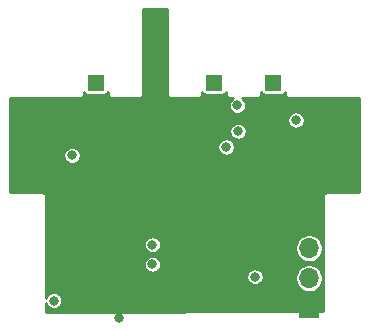
<source format=gbr>
%TF.GenerationSoftware,KiCad,Pcbnew,(5.1.12-1-10_14)*%
%TF.CreationDate,2022-02-21T12:57:33+08:00*%
%TF.ProjectId,esp32-c3_ddsu666,65737033-322d-4633-935f-646473753636,rev?*%
%TF.SameCoordinates,Original*%
%TF.FileFunction,Copper,L3,Inr*%
%TF.FilePolarity,Positive*%
%FSLAX46Y46*%
G04 Gerber Fmt 4.6, Leading zero omitted, Abs format (unit mm)*
G04 Created by KiCad (PCBNEW (5.1.12-1-10_14)) date 2022-02-21 12:57:33*
%MOMM*%
%LPD*%
G01*
G04 APERTURE LIST*
%TA.AperFunction,ComponentPad*%
%ADD10O,1.700000X1.700000*%
%TD*%
%TA.AperFunction,ComponentPad*%
%ADD11R,1.700000X1.700000*%
%TD*%
%TA.AperFunction,ComponentPad*%
%ADD12R,1.350000X1.350000*%
%TD*%
%TA.AperFunction,ViaPad*%
%ADD13C,0.800000*%
%TD*%
%TA.AperFunction,Conductor*%
%ADD14C,0.254000*%
%TD*%
%TA.AperFunction,Conductor*%
%ADD15C,0.100000*%
%TD*%
G04 APERTURE END LIST*
D10*
%TO.N,U0TXD*%
%TO.C,J2*%
X125550000Y-62980000D03*
%TO.N,U0RXD*%
X125550000Y-65520000D03*
D11*
%TO.N,GND*%
X125550000Y-68060000D03*
%TD*%
D12*
%TO.N,B*%
%TO.C,J5*%
X122500000Y-49000000D03*
%TD*%
%TO.N,A*%
%TO.C,J4*%
X117500000Y-49000000D03*
%TD*%
%TO.N,GND*%
%TO.C,J3*%
X112500000Y-49000000D03*
%TD*%
%TO.N,+5V*%
%TO.C,J1*%
X107500000Y-49000000D03*
%TD*%
D13*
%TO.N,GND*%
X120890000Y-51150000D03*
X128720000Y-54310000D03*
X109460000Y-68920000D03*
X107700000Y-55000000D03*
X105420000Y-63920000D03*
X118340000Y-56060000D03*
%TO.N,+3V3*%
X118520000Y-54410000D03*
X120970000Y-65400000D03*
X105480000Y-55110000D03*
X103940000Y-67420000D03*
%TO.N,+5V*%
X124440000Y-52130000D03*
X119467831Y-50882169D03*
X119537169Y-53072831D03*
%TO.N,U0RXD*%
X112290000Y-62690000D03*
%TO.N,U0TXD*%
X112290000Y-64330000D03*
%TD*%
D14*
%TO.N,GND*%
X113498000Y-49987624D02*
X113496781Y-50000000D01*
X113501647Y-50049401D01*
X113516056Y-50096903D01*
X113539456Y-50140681D01*
X113570947Y-50179053D01*
X113609319Y-50210544D01*
X113653097Y-50233944D01*
X113700599Y-50248353D01*
X113750000Y-50253219D01*
X113762375Y-50252000D01*
X116237624Y-50252000D01*
X116250000Y-50253219D01*
X116262375Y-50252000D01*
X116262376Y-50252000D01*
X116299401Y-50248353D01*
X116346903Y-50233944D01*
X116390681Y-50210544D01*
X116429053Y-50179053D01*
X116460544Y-50140681D01*
X116483944Y-50096903D01*
X116498353Y-50049401D01*
X116503219Y-50000000D01*
X116502000Y-49987624D01*
X116502000Y-49731671D01*
X116502732Y-49739103D01*
X116521430Y-49800743D01*
X116551794Y-49857550D01*
X116592657Y-49907343D01*
X116642450Y-49948206D01*
X116699257Y-49978570D01*
X116760897Y-49997268D01*
X116825000Y-50003582D01*
X118175000Y-50003582D01*
X118239103Y-49997268D01*
X118300743Y-49978570D01*
X118357550Y-49948206D01*
X118407343Y-49907343D01*
X118448206Y-49857550D01*
X118478570Y-49800743D01*
X118497268Y-49739103D01*
X118498001Y-49731662D01*
X118498001Y-49987614D01*
X118496781Y-50000000D01*
X118501647Y-50049401D01*
X118516056Y-50096903D01*
X118539456Y-50140681D01*
X118570947Y-50179053D01*
X118609319Y-50210544D01*
X118653097Y-50233944D01*
X118700599Y-50248353D01*
X118737624Y-50252000D01*
X118737625Y-50252000D01*
X118750000Y-50253219D01*
X118762376Y-50252000D01*
X119102380Y-50252000D01*
X119004395Y-50317471D01*
X118903133Y-50418733D01*
X118823572Y-50537805D01*
X118768769Y-50670111D01*
X118740831Y-50810566D01*
X118740831Y-50953772D01*
X118768769Y-51094227D01*
X118823572Y-51226533D01*
X118903133Y-51345605D01*
X119004395Y-51446867D01*
X119123467Y-51526428D01*
X119255773Y-51581231D01*
X119396228Y-51609169D01*
X119539434Y-51609169D01*
X119679889Y-51581231D01*
X119812195Y-51526428D01*
X119931267Y-51446867D01*
X120032529Y-51345605D01*
X120112090Y-51226533D01*
X120166893Y-51094227D01*
X120194831Y-50953772D01*
X120194831Y-50810566D01*
X120166893Y-50670111D01*
X120112090Y-50537805D01*
X120032529Y-50418733D01*
X119931267Y-50317471D01*
X119833282Y-50252000D01*
X121237624Y-50252000D01*
X121250000Y-50253219D01*
X121262375Y-50252000D01*
X121262376Y-50252000D01*
X121299401Y-50248353D01*
X121346903Y-50233944D01*
X121390681Y-50210544D01*
X121429053Y-50179053D01*
X121460544Y-50140681D01*
X121483944Y-50096903D01*
X121498353Y-50049401D01*
X121503219Y-50000000D01*
X121502000Y-49987624D01*
X121502000Y-49731671D01*
X121502732Y-49739103D01*
X121521430Y-49800743D01*
X121551794Y-49857550D01*
X121592657Y-49907343D01*
X121642450Y-49948206D01*
X121699257Y-49978570D01*
X121760897Y-49997268D01*
X121825000Y-50003582D01*
X123175000Y-50003582D01*
X123239103Y-49997268D01*
X123300743Y-49978570D01*
X123357550Y-49948206D01*
X123407343Y-49907343D01*
X123448206Y-49857550D01*
X123478570Y-49800743D01*
X123497268Y-49739103D01*
X123498001Y-49731662D01*
X123498001Y-49987614D01*
X123496781Y-50000000D01*
X123501647Y-50049401D01*
X123516056Y-50096903D01*
X123539456Y-50140681D01*
X123570947Y-50179053D01*
X123609319Y-50210544D01*
X123653097Y-50233944D01*
X123700599Y-50248353D01*
X123737624Y-50252000D01*
X123737625Y-50252000D01*
X123750000Y-50253219D01*
X123762376Y-50252000D01*
X129748000Y-50252000D01*
X129748001Y-58248000D01*
X127012375Y-58248000D01*
X127000000Y-58246781D01*
X126987624Y-58248000D01*
X126950599Y-58251647D01*
X126903097Y-58266056D01*
X126859319Y-58289456D01*
X126820947Y-58320947D01*
X126789456Y-58359319D01*
X126766056Y-58403097D01*
X126751647Y-58450599D01*
X126746781Y-58500000D01*
X126748000Y-58512375D01*
X126748001Y-68311573D01*
X103252000Y-68352710D01*
X103252000Y-67658764D01*
X103295741Y-67764364D01*
X103375302Y-67883436D01*
X103476564Y-67984698D01*
X103595636Y-68064259D01*
X103727942Y-68119062D01*
X103868397Y-68147000D01*
X104011603Y-68147000D01*
X104152058Y-68119062D01*
X104284364Y-68064259D01*
X104403436Y-67984698D01*
X104504698Y-67883436D01*
X104584259Y-67764364D01*
X104639062Y-67632058D01*
X104667000Y-67491603D01*
X104667000Y-67348397D01*
X104639062Y-67207942D01*
X104584259Y-67075636D01*
X104504698Y-66956564D01*
X104403436Y-66855302D01*
X104284364Y-66775741D01*
X104152058Y-66720938D01*
X104011603Y-66693000D01*
X103868397Y-66693000D01*
X103727942Y-66720938D01*
X103595636Y-66775741D01*
X103476564Y-66855302D01*
X103375302Y-66956564D01*
X103295741Y-67075636D01*
X103252000Y-67181236D01*
X103252000Y-65328397D01*
X120243000Y-65328397D01*
X120243000Y-65471603D01*
X120270938Y-65612058D01*
X120325741Y-65744364D01*
X120405302Y-65863436D01*
X120506564Y-65964698D01*
X120625636Y-66044259D01*
X120757942Y-66099062D01*
X120898397Y-66127000D01*
X121041603Y-66127000D01*
X121182058Y-66099062D01*
X121314364Y-66044259D01*
X121433436Y-65964698D01*
X121534698Y-65863436D01*
X121614259Y-65744364D01*
X121669062Y-65612058D01*
X121697000Y-65471603D01*
X121697000Y-65404076D01*
X124373000Y-65404076D01*
X124373000Y-65635924D01*
X124418231Y-65863318D01*
X124506956Y-66077519D01*
X124635764Y-66270294D01*
X124799706Y-66434236D01*
X124992481Y-66563044D01*
X125206682Y-66651769D01*
X125434076Y-66697000D01*
X125665924Y-66697000D01*
X125893318Y-66651769D01*
X126107519Y-66563044D01*
X126300294Y-66434236D01*
X126464236Y-66270294D01*
X126593044Y-66077519D01*
X126681769Y-65863318D01*
X126727000Y-65635924D01*
X126727000Y-65404076D01*
X126681769Y-65176682D01*
X126593044Y-64962481D01*
X126464236Y-64769706D01*
X126300294Y-64605764D01*
X126107519Y-64476956D01*
X125893318Y-64388231D01*
X125665924Y-64343000D01*
X125434076Y-64343000D01*
X125206682Y-64388231D01*
X124992481Y-64476956D01*
X124799706Y-64605764D01*
X124635764Y-64769706D01*
X124506956Y-64962481D01*
X124418231Y-65176682D01*
X124373000Y-65404076D01*
X121697000Y-65404076D01*
X121697000Y-65328397D01*
X121669062Y-65187942D01*
X121614259Y-65055636D01*
X121534698Y-64936564D01*
X121433436Y-64835302D01*
X121314364Y-64755741D01*
X121182058Y-64700938D01*
X121041603Y-64673000D01*
X120898397Y-64673000D01*
X120757942Y-64700938D01*
X120625636Y-64755741D01*
X120506564Y-64835302D01*
X120405302Y-64936564D01*
X120325741Y-65055636D01*
X120270938Y-65187942D01*
X120243000Y-65328397D01*
X103252000Y-65328397D01*
X103252000Y-64258397D01*
X111563000Y-64258397D01*
X111563000Y-64401603D01*
X111590938Y-64542058D01*
X111645741Y-64674364D01*
X111725302Y-64793436D01*
X111826564Y-64894698D01*
X111945636Y-64974259D01*
X112077942Y-65029062D01*
X112218397Y-65057000D01*
X112361603Y-65057000D01*
X112502058Y-65029062D01*
X112634364Y-64974259D01*
X112753436Y-64894698D01*
X112854698Y-64793436D01*
X112934259Y-64674364D01*
X112989062Y-64542058D01*
X113017000Y-64401603D01*
X113017000Y-64258397D01*
X112989062Y-64117942D01*
X112934259Y-63985636D01*
X112854698Y-63866564D01*
X112753436Y-63765302D01*
X112634364Y-63685741D01*
X112502058Y-63630938D01*
X112361603Y-63603000D01*
X112218397Y-63603000D01*
X112077942Y-63630938D01*
X111945636Y-63685741D01*
X111826564Y-63765302D01*
X111725302Y-63866564D01*
X111645741Y-63985636D01*
X111590938Y-64117942D01*
X111563000Y-64258397D01*
X103252000Y-64258397D01*
X103252000Y-62618397D01*
X111563000Y-62618397D01*
X111563000Y-62761603D01*
X111590938Y-62902058D01*
X111645741Y-63034364D01*
X111725302Y-63153436D01*
X111826564Y-63254698D01*
X111945636Y-63334259D01*
X112077942Y-63389062D01*
X112218397Y-63417000D01*
X112361603Y-63417000D01*
X112502058Y-63389062D01*
X112634364Y-63334259D01*
X112753436Y-63254698D01*
X112854698Y-63153436D01*
X112934259Y-63034364D01*
X112989062Y-62902058D01*
X112996617Y-62864076D01*
X124373000Y-62864076D01*
X124373000Y-63095924D01*
X124418231Y-63323318D01*
X124506956Y-63537519D01*
X124635764Y-63730294D01*
X124799706Y-63894236D01*
X124992481Y-64023044D01*
X125206682Y-64111769D01*
X125434076Y-64157000D01*
X125665924Y-64157000D01*
X125893318Y-64111769D01*
X126107519Y-64023044D01*
X126300294Y-63894236D01*
X126464236Y-63730294D01*
X126593044Y-63537519D01*
X126681769Y-63323318D01*
X126727000Y-63095924D01*
X126727000Y-62864076D01*
X126681769Y-62636682D01*
X126593044Y-62422481D01*
X126464236Y-62229706D01*
X126300294Y-62065764D01*
X126107519Y-61936956D01*
X125893318Y-61848231D01*
X125665924Y-61803000D01*
X125434076Y-61803000D01*
X125206682Y-61848231D01*
X124992481Y-61936956D01*
X124799706Y-62065764D01*
X124635764Y-62229706D01*
X124506956Y-62422481D01*
X124418231Y-62636682D01*
X124373000Y-62864076D01*
X112996617Y-62864076D01*
X113017000Y-62761603D01*
X113017000Y-62618397D01*
X112989062Y-62477942D01*
X112934259Y-62345636D01*
X112854698Y-62226564D01*
X112753436Y-62125302D01*
X112634364Y-62045741D01*
X112502058Y-61990938D01*
X112361603Y-61963000D01*
X112218397Y-61963000D01*
X112077942Y-61990938D01*
X111945636Y-62045741D01*
X111826564Y-62125302D01*
X111725302Y-62226564D01*
X111645741Y-62345636D01*
X111590938Y-62477942D01*
X111563000Y-62618397D01*
X103252000Y-62618397D01*
X103252000Y-58512375D01*
X103253219Y-58500000D01*
X103248353Y-58450599D01*
X103233944Y-58403097D01*
X103210544Y-58359319D01*
X103179053Y-58320947D01*
X103140681Y-58289456D01*
X103096903Y-58266056D01*
X103049401Y-58251647D01*
X103012376Y-58248000D01*
X103000000Y-58246781D01*
X102987625Y-58248000D01*
X100252000Y-58248000D01*
X100252000Y-55038397D01*
X104753000Y-55038397D01*
X104753000Y-55181603D01*
X104780938Y-55322058D01*
X104835741Y-55454364D01*
X104915302Y-55573436D01*
X105016564Y-55674698D01*
X105135636Y-55754259D01*
X105267942Y-55809062D01*
X105408397Y-55837000D01*
X105551603Y-55837000D01*
X105692058Y-55809062D01*
X105824364Y-55754259D01*
X105943436Y-55674698D01*
X106044698Y-55573436D01*
X106124259Y-55454364D01*
X106179062Y-55322058D01*
X106207000Y-55181603D01*
X106207000Y-55038397D01*
X106179062Y-54897942D01*
X106124259Y-54765636D01*
X106044698Y-54646564D01*
X105943436Y-54545302D01*
X105824364Y-54465741D01*
X105692058Y-54410938D01*
X105551603Y-54383000D01*
X105408397Y-54383000D01*
X105267942Y-54410938D01*
X105135636Y-54465741D01*
X105016564Y-54545302D01*
X104915302Y-54646564D01*
X104835741Y-54765636D01*
X104780938Y-54897942D01*
X104753000Y-55038397D01*
X100252000Y-55038397D01*
X100252000Y-54338397D01*
X117793000Y-54338397D01*
X117793000Y-54481603D01*
X117820938Y-54622058D01*
X117875741Y-54754364D01*
X117955302Y-54873436D01*
X118056564Y-54974698D01*
X118175636Y-55054259D01*
X118307942Y-55109062D01*
X118448397Y-55137000D01*
X118591603Y-55137000D01*
X118732058Y-55109062D01*
X118864364Y-55054259D01*
X118983436Y-54974698D01*
X119084698Y-54873436D01*
X119164259Y-54754364D01*
X119219062Y-54622058D01*
X119247000Y-54481603D01*
X119247000Y-54338397D01*
X119219062Y-54197942D01*
X119164259Y-54065636D01*
X119084698Y-53946564D01*
X118983436Y-53845302D01*
X118864364Y-53765741D01*
X118732058Y-53710938D01*
X118591603Y-53683000D01*
X118448397Y-53683000D01*
X118307942Y-53710938D01*
X118175636Y-53765741D01*
X118056564Y-53845302D01*
X117955302Y-53946564D01*
X117875741Y-54065636D01*
X117820938Y-54197942D01*
X117793000Y-54338397D01*
X100252000Y-54338397D01*
X100252000Y-53001228D01*
X118810169Y-53001228D01*
X118810169Y-53144434D01*
X118838107Y-53284889D01*
X118892910Y-53417195D01*
X118972471Y-53536267D01*
X119073733Y-53637529D01*
X119192805Y-53717090D01*
X119325111Y-53771893D01*
X119465566Y-53799831D01*
X119608772Y-53799831D01*
X119749227Y-53771893D01*
X119881533Y-53717090D01*
X120000605Y-53637529D01*
X120101867Y-53536267D01*
X120181428Y-53417195D01*
X120236231Y-53284889D01*
X120264169Y-53144434D01*
X120264169Y-53001228D01*
X120236231Y-52860773D01*
X120181428Y-52728467D01*
X120101867Y-52609395D01*
X120000605Y-52508133D01*
X119881533Y-52428572D01*
X119749227Y-52373769D01*
X119608772Y-52345831D01*
X119465566Y-52345831D01*
X119325111Y-52373769D01*
X119192805Y-52428572D01*
X119073733Y-52508133D01*
X118972471Y-52609395D01*
X118892910Y-52728467D01*
X118838107Y-52860773D01*
X118810169Y-53001228D01*
X100252000Y-53001228D01*
X100252000Y-52058397D01*
X123713000Y-52058397D01*
X123713000Y-52201603D01*
X123740938Y-52342058D01*
X123795741Y-52474364D01*
X123875302Y-52593436D01*
X123976564Y-52694698D01*
X124095636Y-52774259D01*
X124227942Y-52829062D01*
X124368397Y-52857000D01*
X124511603Y-52857000D01*
X124652058Y-52829062D01*
X124784364Y-52774259D01*
X124903436Y-52694698D01*
X125004698Y-52593436D01*
X125084259Y-52474364D01*
X125139062Y-52342058D01*
X125167000Y-52201603D01*
X125167000Y-52058397D01*
X125139062Y-51917942D01*
X125084259Y-51785636D01*
X125004698Y-51666564D01*
X124903436Y-51565302D01*
X124784364Y-51485741D01*
X124652058Y-51430938D01*
X124511603Y-51403000D01*
X124368397Y-51403000D01*
X124227942Y-51430938D01*
X124095636Y-51485741D01*
X123976564Y-51565302D01*
X123875302Y-51666564D01*
X123795741Y-51785636D01*
X123740938Y-51917942D01*
X123713000Y-52058397D01*
X100252000Y-52058397D01*
X100252000Y-50252000D01*
X106237625Y-50252000D01*
X106250000Y-50253219D01*
X106299401Y-50248353D01*
X106346903Y-50233944D01*
X106390681Y-50210544D01*
X106429053Y-50179053D01*
X106460544Y-50140681D01*
X106483944Y-50096903D01*
X106498353Y-50049401D01*
X106502000Y-50012376D01*
X106502000Y-50012375D01*
X106503219Y-50000000D01*
X106502000Y-49987624D01*
X106502000Y-49731671D01*
X106502732Y-49739103D01*
X106521430Y-49800743D01*
X106551794Y-49857550D01*
X106592657Y-49907343D01*
X106642450Y-49948206D01*
X106699257Y-49978570D01*
X106760897Y-49997268D01*
X106825000Y-50003582D01*
X108175000Y-50003582D01*
X108239103Y-49997268D01*
X108300743Y-49978570D01*
X108357550Y-49948206D01*
X108407343Y-49907343D01*
X108448206Y-49857550D01*
X108478570Y-49800743D01*
X108497268Y-49739103D01*
X108498000Y-49731671D01*
X108498000Y-49987624D01*
X108496781Y-50000000D01*
X108501647Y-50049401D01*
X108516056Y-50096903D01*
X108539456Y-50140681D01*
X108570947Y-50179053D01*
X108609319Y-50210544D01*
X108653097Y-50233944D01*
X108700599Y-50248353D01*
X108750000Y-50253219D01*
X108762375Y-50252000D01*
X111237625Y-50252000D01*
X111250000Y-50253219D01*
X111299401Y-50248353D01*
X111346903Y-50233944D01*
X111390681Y-50210544D01*
X111429053Y-50179053D01*
X111460544Y-50140681D01*
X111483944Y-50096903D01*
X111498353Y-50049401D01*
X111502000Y-50012376D01*
X111502000Y-50012375D01*
X111503219Y-50000000D01*
X111502000Y-49987624D01*
X111502000Y-42752000D01*
X113498001Y-42752000D01*
X113498000Y-49987624D01*
%TA.AperFunction,Conductor*%
D15*
G36*
X113498000Y-49987624D02*
G01*
X113496781Y-50000000D01*
X113501647Y-50049401D01*
X113516056Y-50096903D01*
X113539456Y-50140681D01*
X113570947Y-50179053D01*
X113609319Y-50210544D01*
X113653097Y-50233944D01*
X113700599Y-50248353D01*
X113750000Y-50253219D01*
X113762375Y-50252000D01*
X116237624Y-50252000D01*
X116250000Y-50253219D01*
X116262375Y-50252000D01*
X116262376Y-50252000D01*
X116299401Y-50248353D01*
X116346903Y-50233944D01*
X116390681Y-50210544D01*
X116429053Y-50179053D01*
X116460544Y-50140681D01*
X116483944Y-50096903D01*
X116498353Y-50049401D01*
X116503219Y-50000000D01*
X116502000Y-49987624D01*
X116502000Y-49731671D01*
X116502732Y-49739103D01*
X116521430Y-49800743D01*
X116551794Y-49857550D01*
X116592657Y-49907343D01*
X116642450Y-49948206D01*
X116699257Y-49978570D01*
X116760897Y-49997268D01*
X116825000Y-50003582D01*
X118175000Y-50003582D01*
X118239103Y-49997268D01*
X118300743Y-49978570D01*
X118357550Y-49948206D01*
X118407343Y-49907343D01*
X118448206Y-49857550D01*
X118478570Y-49800743D01*
X118497268Y-49739103D01*
X118498001Y-49731662D01*
X118498001Y-49987614D01*
X118496781Y-50000000D01*
X118501647Y-50049401D01*
X118516056Y-50096903D01*
X118539456Y-50140681D01*
X118570947Y-50179053D01*
X118609319Y-50210544D01*
X118653097Y-50233944D01*
X118700599Y-50248353D01*
X118737624Y-50252000D01*
X118737625Y-50252000D01*
X118750000Y-50253219D01*
X118762376Y-50252000D01*
X119102380Y-50252000D01*
X119004395Y-50317471D01*
X118903133Y-50418733D01*
X118823572Y-50537805D01*
X118768769Y-50670111D01*
X118740831Y-50810566D01*
X118740831Y-50953772D01*
X118768769Y-51094227D01*
X118823572Y-51226533D01*
X118903133Y-51345605D01*
X119004395Y-51446867D01*
X119123467Y-51526428D01*
X119255773Y-51581231D01*
X119396228Y-51609169D01*
X119539434Y-51609169D01*
X119679889Y-51581231D01*
X119812195Y-51526428D01*
X119931267Y-51446867D01*
X120032529Y-51345605D01*
X120112090Y-51226533D01*
X120166893Y-51094227D01*
X120194831Y-50953772D01*
X120194831Y-50810566D01*
X120166893Y-50670111D01*
X120112090Y-50537805D01*
X120032529Y-50418733D01*
X119931267Y-50317471D01*
X119833282Y-50252000D01*
X121237624Y-50252000D01*
X121250000Y-50253219D01*
X121262375Y-50252000D01*
X121262376Y-50252000D01*
X121299401Y-50248353D01*
X121346903Y-50233944D01*
X121390681Y-50210544D01*
X121429053Y-50179053D01*
X121460544Y-50140681D01*
X121483944Y-50096903D01*
X121498353Y-50049401D01*
X121503219Y-50000000D01*
X121502000Y-49987624D01*
X121502000Y-49731671D01*
X121502732Y-49739103D01*
X121521430Y-49800743D01*
X121551794Y-49857550D01*
X121592657Y-49907343D01*
X121642450Y-49948206D01*
X121699257Y-49978570D01*
X121760897Y-49997268D01*
X121825000Y-50003582D01*
X123175000Y-50003582D01*
X123239103Y-49997268D01*
X123300743Y-49978570D01*
X123357550Y-49948206D01*
X123407343Y-49907343D01*
X123448206Y-49857550D01*
X123478570Y-49800743D01*
X123497268Y-49739103D01*
X123498001Y-49731662D01*
X123498001Y-49987614D01*
X123496781Y-50000000D01*
X123501647Y-50049401D01*
X123516056Y-50096903D01*
X123539456Y-50140681D01*
X123570947Y-50179053D01*
X123609319Y-50210544D01*
X123653097Y-50233944D01*
X123700599Y-50248353D01*
X123737624Y-50252000D01*
X123737625Y-50252000D01*
X123750000Y-50253219D01*
X123762376Y-50252000D01*
X129748000Y-50252000D01*
X129748001Y-58248000D01*
X127012375Y-58248000D01*
X127000000Y-58246781D01*
X126987624Y-58248000D01*
X126950599Y-58251647D01*
X126903097Y-58266056D01*
X126859319Y-58289456D01*
X126820947Y-58320947D01*
X126789456Y-58359319D01*
X126766056Y-58403097D01*
X126751647Y-58450599D01*
X126746781Y-58500000D01*
X126748000Y-58512375D01*
X126748001Y-68311573D01*
X103252000Y-68352710D01*
X103252000Y-67658764D01*
X103295741Y-67764364D01*
X103375302Y-67883436D01*
X103476564Y-67984698D01*
X103595636Y-68064259D01*
X103727942Y-68119062D01*
X103868397Y-68147000D01*
X104011603Y-68147000D01*
X104152058Y-68119062D01*
X104284364Y-68064259D01*
X104403436Y-67984698D01*
X104504698Y-67883436D01*
X104584259Y-67764364D01*
X104639062Y-67632058D01*
X104667000Y-67491603D01*
X104667000Y-67348397D01*
X104639062Y-67207942D01*
X104584259Y-67075636D01*
X104504698Y-66956564D01*
X104403436Y-66855302D01*
X104284364Y-66775741D01*
X104152058Y-66720938D01*
X104011603Y-66693000D01*
X103868397Y-66693000D01*
X103727942Y-66720938D01*
X103595636Y-66775741D01*
X103476564Y-66855302D01*
X103375302Y-66956564D01*
X103295741Y-67075636D01*
X103252000Y-67181236D01*
X103252000Y-65328397D01*
X120243000Y-65328397D01*
X120243000Y-65471603D01*
X120270938Y-65612058D01*
X120325741Y-65744364D01*
X120405302Y-65863436D01*
X120506564Y-65964698D01*
X120625636Y-66044259D01*
X120757942Y-66099062D01*
X120898397Y-66127000D01*
X121041603Y-66127000D01*
X121182058Y-66099062D01*
X121314364Y-66044259D01*
X121433436Y-65964698D01*
X121534698Y-65863436D01*
X121614259Y-65744364D01*
X121669062Y-65612058D01*
X121697000Y-65471603D01*
X121697000Y-65404076D01*
X124373000Y-65404076D01*
X124373000Y-65635924D01*
X124418231Y-65863318D01*
X124506956Y-66077519D01*
X124635764Y-66270294D01*
X124799706Y-66434236D01*
X124992481Y-66563044D01*
X125206682Y-66651769D01*
X125434076Y-66697000D01*
X125665924Y-66697000D01*
X125893318Y-66651769D01*
X126107519Y-66563044D01*
X126300294Y-66434236D01*
X126464236Y-66270294D01*
X126593044Y-66077519D01*
X126681769Y-65863318D01*
X126727000Y-65635924D01*
X126727000Y-65404076D01*
X126681769Y-65176682D01*
X126593044Y-64962481D01*
X126464236Y-64769706D01*
X126300294Y-64605764D01*
X126107519Y-64476956D01*
X125893318Y-64388231D01*
X125665924Y-64343000D01*
X125434076Y-64343000D01*
X125206682Y-64388231D01*
X124992481Y-64476956D01*
X124799706Y-64605764D01*
X124635764Y-64769706D01*
X124506956Y-64962481D01*
X124418231Y-65176682D01*
X124373000Y-65404076D01*
X121697000Y-65404076D01*
X121697000Y-65328397D01*
X121669062Y-65187942D01*
X121614259Y-65055636D01*
X121534698Y-64936564D01*
X121433436Y-64835302D01*
X121314364Y-64755741D01*
X121182058Y-64700938D01*
X121041603Y-64673000D01*
X120898397Y-64673000D01*
X120757942Y-64700938D01*
X120625636Y-64755741D01*
X120506564Y-64835302D01*
X120405302Y-64936564D01*
X120325741Y-65055636D01*
X120270938Y-65187942D01*
X120243000Y-65328397D01*
X103252000Y-65328397D01*
X103252000Y-64258397D01*
X111563000Y-64258397D01*
X111563000Y-64401603D01*
X111590938Y-64542058D01*
X111645741Y-64674364D01*
X111725302Y-64793436D01*
X111826564Y-64894698D01*
X111945636Y-64974259D01*
X112077942Y-65029062D01*
X112218397Y-65057000D01*
X112361603Y-65057000D01*
X112502058Y-65029062D01*
X112634364Y-64974259D01*
X112753436Y-64894698D01*
X112854698Y-64793436D01*
X112934259Y-64674364D01*
X112989062Y-64542058D01*
X113017000Y-64401603D01*
X113017000Y-64258397D01*
X112989062Y-64117942D01*
X112934259Y-63985636D01*
X112854698Y-63866564D01*
X112753436Y-63765302D01*
X112634364Y-63685741D01*
X112502058Y-63630938D01*
X112361603Y-63603000D01*
X112218397Y-63603000D01*
X112077942Y-63630938D01*
X111945636Y-63685741D01*
X111826564Y-63765302D01*
X111725302Y-63866564D01*
X111645741Y-63985636D01*
X111590938Y-64117942D01*
X111563000Y-64258397D01*
X103252000Y-64258397D01*
X103252000Y-62618397D01*
X111563000Y-62618397D01*
X111563000Y-62761603D01*
X111590938Y-62902058D01*
X111645741Y-63034364D01*
X111725302Y-63153436D01*
X111826564Y-63254698D01*
X111945636Y-63334259D01*
X112077942Y-63389062D01*
X112218397Y-63417000D01*
X112361603Y-63417000D01*
X112502058Y-63389062D01*
X112634364Y-63334259D01*
X112753436Y-63254698D01*
X112854698Y-63153436D01*
X112934259Y-63034364D01*
X112989062Y-62902058D01*
X112996617Y-62864076D01*
X124373000Y-62864076D01*
X124373000Y-63095924D01*
X124418231Y-63323318D01*
X124506956Y-63537519D01*
X124635764Y-63730294D01*
X124799706Y-63894236D01*
X124992481Y-64023044D01*
X125206682Y-64111769D01*
X125434076Y-64157000D01*
X125665924Y-64157000D01*
X125893318Y-64111769D01*
X126107519Y-64023044D01*
X126300294Y-63894236D01*
X126464236Y-63730294D01*
X126593044Y-63537519D01*
X126681769Y-63323318D01*
X126727000Y-63095924D01*
X126727000Y-62864076D01*
X126681769Y-62636682D01*
X126593044Y-62422481D01*
X126464236Y-62229706D01*
X126300294Y-62065764D01*
X126107519Y-61936956D01*
X125893318Y-61848231D01*
X125665924Y-61803000D01*
X125434076Y-61803000D01*
X125206682Y-61848231D01*
X124992481Y-61936956D01*
X124799706Y-62065764D01*
X124635764Y-62229706D01*
X124506956Y-62422481D01*
X124418231Y-62636682D01*
X124373000Y-62864076D01*
X112996617Y-62864076D01*
X113017000Y-62761603D01*
X113017000Y-62618397D01*
X112989062Y-62477942D01*
X112934259Y-62345636D01*
X112854698Y-62226564D01*
X112753436Y-62125302D01*
X112634364Y-62045741D01*
X112502058Y-61990938D01*
X112361603Y-61963000D01*
X112218397Y-61963000D01*
X112077942Y-61990938D01*
X111945636Y-62045741D01*
X111826564Y-62125302D01*
X111725302Y-62226564D01*
X111645741Y-62345636D01*
X111590938Y-62477942D01*
X111563000Y-62618397D01*
X103252000Y-62618397D01*
X103252000Y-58512375D01*
X103253219Y-58500000D01*
X103248353Y-58450599D01*
X103233944Y-58403097D01*
X103210544Y-58359319D01*
X103179053Y-58320947D01*
X103140681Y-58289456D01*
X103096903Y-58266056D01*
X103049401Y-58251647D01*
X103012376Y-58248000D01*
X103000000Y-58246781D01*
X102987625Y-58248000D01*
X100252000Y-58248000D01*
X100252000Y-55038397D01*
X104753000Y-55038397D01*
X104753000Y-55181603D01*
X104780938Y-55322058D01*
X104835741Y-55454364D01*
X104915302Y-55573436D01*
X105016564Y-55674698D01*
X105135636Y-55754259D01*
X105267942Y-55809062D01*
X105408397Y-55837000D01*
X105551603Y-55837000D01*
X105692058Y-55809062D01*
X105824364Y-55754259D01*
X105943436Y-55674698D01*
X106044698Y-55573436D01*
X106124259Y-55454364D01*
X106179062Y-55322058D01*
X106207000Y-55181603D01*
X106207000Y-55038397D01*
X106179062Y-54897942D01*
X106124259Y-54765636D01*
X106044698Y-54646564D01*
X105943436Y-54545302D01*
X105824364Y-54465741D01*
X105692058Y-54410938D01*
X105551603Y-54383000D01*
X105408397Y-54383000D01*
X105267942Y-54410938D01*
X105135636Y-54465741D01*
X105016564Y-54545302D01*
X104915302Y-54646564D01*
X104835741Y-54765636D01*
X104780938Y-54897942D01*
X104753000Y-55038397D01*
X100252000Y-55038397D01*
X100252000Y-54338397D01*
X117793000Y-54338397D01*
X117793000Y-54481603D01*
X117820938Y-54622058D01*
X117875741Y-54754364D01*
X117955302Y-54873436D01*
X118056564Y-54974698D01*
X118175636Y-55054259D01*
X118307942Y-55109062D01*
X118448397Y-55137000D01*
X118591603Y-55137000D01*
X118732058Y-55109062D01*
X118864364Y-55054259D01*
X118983436Y-54974698D01*
X119084698Y-54873436D01*
X119164259Y-54754364D01*
X119219062Y-54622058D01*
X119247000Y-54481603D01*
X119247000Y-54338397D01*
X119219062Y-54197942D01*
X119164259Y-54065636D01*
X119084698Y-53946564D01*
X118983436Y-53845302D01*
X118864364Y-53765741D01*
X118732058Y-53710938D01*
X118591603Y-53683000D01*
X118448397Y-53683000D01*
X118307942Y-53710938D01*
X118175636Y-53765741D01*
X118056564Y-53845302D01*
X117955302Y-53946564D01*
X117875741Y-54065636D01*
X117820938Y-54197942D01*
X117793000Y-54338397D01*
X100252000Y-54338397D01*
X100252000Y-53001228D01*
X118810169Y-53001228D01*
X118810169Y-53144434D01*
X118838107Y-53284889D01*
X118892910Y-53417195D01*
X118972471Y-53536267D01*
X119073733Y-53637529D01*
X119192805Y-53717090D01*
X119325111Y-53771893D01*
X119465566Y-53799831D01*
X119608772Y-53799831D01*
X119749227Y-53771893D01*
X119881533Y-53717090D01*
X120000605Y-53637529D01*
X120101867Y-53536267D01*
X120181428Y-53417195D01*
X120236231Y-53284889D01*
X120264169Y-53144434D01*
X120264169Y-53001228D01*
X120236231Y-52860773D01*
X120181428Y-52728467D01*
X120101867Y-52609395D01*
X120000605Y-52508133D01*
X119881533Y-52428572D01*
X119749227Y-52373769D01*
X119608772Y-52345831D01*
X119465566Y-52345831D01*
X119325111Y-52373769D01*
X119192805Y-52428572D01*
X119073733Y-52508133D01*
X118972471Y-52609395D01*
X118892910Y-52728467D01*
X118838107Y-52860773D01*
X118810169Y-53001228D01*
X100252000Y-53001228D01*
X100252000Y-52058397D01*
X123713000Y-52058397D01*
X123713000Y-52201603D01*
X123740938Y-52342058D01*
X123795741Y-52474364D01*
X123875302Y-52593436D01*
X123976564Y-52694698D01*
X124095636Y-52774259D01*
X124227942Y-52829062D01*
X124368397Y-52857000D01*
X124511603Y-52857000D01*
X124652058Y-52829062D01*
X124784364Y-52774259D01*
X124903436Y-52694698D01*
X125004698Y-52593436D01*
X125084259Y-52474364D01*
X125139062Y-52342058D01*
X125167000Y-52201603D01*
X125167000Y-52058397D01*
X125139062Y-51917942D01*
X125084259Y-51785636D01*
X125004698Y-51666564D01*
X124903436Y-51565302D01*
X124784364Y-51485741D01*
X124652058Y-51430938D01*
X124511603Y-51403000D01*
X124368397Y-51403000D01*
X124227942Y-51430938D01*
X124095636Y-51485741D01*
X123976564Y-51565302D01*
X123875302Y-51666564D01*
X123795741Y-51785636D01*
X123740938Y-51917942D01*
X123713000Y-52058397D01*
X100252000Y-52058397D01*
X100252000Y-50252000D01*
X106237625Y-50252000D01*
X106250000Y-50253219D01*
X106299401Y-50248353D01*
X106346903Y-50233944D01*
X106390681Y-50210544D01*
X106429053Y-50179053D01*
X106460544Y-50140681D01*
X106483944Y-50096903D01*
X106498353Y-50049401D01*
X106502000Y-50012376D01*
X106502000Y-50012375D01*
X106503219Y-50000000D01*
X106502000Y-49987624D01*
X106502000Y-49731671D01*
X106502732Y-49739103D01*
X106521430Y-49800743D01*
X106551794Y-49857550D01*
X106592657Y-49907343D01*
X106642450Y-49948206D01*
X106699257Y-49978570D01*
X106760897Y-49997268D01*
X106825000Y-50003582D01*
X108175000Y-50003582D01*
X108239103Y-49997268D01*
X108300743Y-49978570D01*
X108357550Y-49948206D01*
X108407343Y-49907343D01*
X108448206Y-49857550D01*
X108478570Y-49800743D01*
X108497268Y-49739103D01*
X108498000Y-49731671D01*
X108498000Y-49987624D01*
X108496781Y-50000000D01*
X108501647Y-50049401D01*
X108516056Y-50096903D01*
X108539456Y-50140681D01*
X108570947Y-50179053D01*
X108609319Y-50210544D01*
X108653097Y-50233944D01*
X108700599Y-50248353D01*
X108750000Y-50253219D01*
X108762375Y-50252000D01*
X111237625Y-50252000D01*
X111250000Y-50253219D01*
X111299401Y-50248353D01*
X111346903Y-50233944D01*
X111390681Y-50210544D01*
X111429053Y-50179053D01*
X111460544Y-50140681D01*
X111483944Y-50096903D01*
X111498353Y-50049401D01*
X111502000Y-50012376D01*
X111502000Y-50012375D01*
X111503219Y-50000000D01*
X111502000Y-49987624D01*
X111502000Y-42752000D01*
X113498001Y-42752000D01*
X113498000Y-49987624D01*
G37*
%TD.AperFunction*%
%TD*%
M02*

</source>
